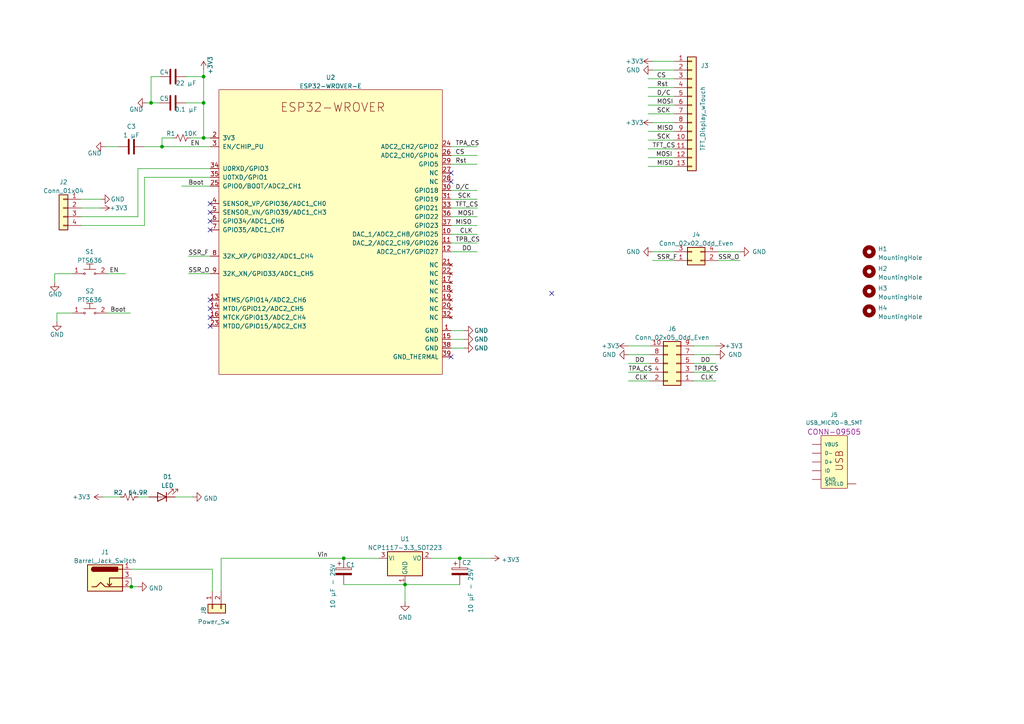
<source format=kicad_sch>
(kicad_sch (version 20211123) (generator eeschema)
  (paper "A4")
  (lib_symbols
    (symbol "Connector:Barrel_Jack_Switch" (pin_names hide)
      (property "Reference" "J" (at 0 5.334 0))
      (property "Value" "Barrel_Jack_Switch" (at 0 -5.08 0))
      (symbol "Barrel_Jack_Switch_0_1"
        (rectangle (start -5.08 3.81) (end 5.08 -3.81) (stroke (width 0.254)) (fill (type background)))
        (arc (start -3.302 3.175) (mid -3.937 2.54) (end -3.302 1.905) (stroke (width 0.254)))
        (arc (start -3.302 3.175) (mid -3.937 2.54) (end -3.302 1.905) (stroke (width 0.254)) (fill (type outline)))
        (polyline (pts (xy 1.27 -2.286) (xy 1.905 -1.651)) (stroke (width 0.254)))
        (polyline (pts (xy 5.08 2.54) (xy 3.81 2.54)) (stroke (width 0.254)))
        (polyline (pts (xy 5.08 0) (xy 1.27 0) (xy 1.27 -2.286) (xy 0.635 -1.651)) (stroke (width 0.254)))
        (polyline (pts (xy -3.81 -2.54) (xy -2.54 -2.54) (xy -1.27 -1.27) (xy 0 -2.54) (xy 2.54 -2.54) (xy 5.08 -2.54)) (stroke (width 0.254)))
        (rectangle (start 3.683 3.175) (end -3.302 1.905) (stroke (width 0.254)) (fill (type outline)))
      )
      (symbol "Barrel_Jack_Switch_1_1"
        (pin passive line (at 7.62 2.54 180) (length 2.54) (name "~") (number "1"))
        (pin passive line (at 7.62 -2.54 180) (length 2.54) (name "~") (number "2"))
        (pin passive line (at 7.62 0 180) (length 2.54) (name "~") (number "3"))
      )
    )
    (symbol "Connector_Generic:Conn_01x02" (pin_names (offset 1.016) hide)
      (property "Reference" "J" (at 0 2.54 0))
      (property "Value" "Conn_01x02" (at 0 -5.08 0))
      (symbol "Conn_01x02_1_1"
        (rectangle (start -1.27 -2.413) (end 0 -2.667) (stroke (width 0.1524)))
        (rectangle (start -1.27 0.127) (end 0 -0.127) (stroke (width 0.1524)))
        (rectangle (start -1.27 1.27) (end 1.27 -3.81) (stroke (width 0.254)) (fill (type background)))
        (pin passive line (at -5.08 0 0) (length 3.81) (name "Pin_1") (number "1"))
        (pin passive line (at -5.08 -2.54 0) (length 3.81) (name "Pin_2") (number "2"))
      )
    )
    (symbol "Connector_Generic:Conn_01x04" (pin_names (offset 1.016) hide)
      (property "Reference" "J" (at 0 5.08 0))
      (property "Value" "Conn_01x04" (at 0 -7.62 0))
      (symbol "Conn_01x04_1_1"
        (rectangle (start -1.27 -4.953) (end 0 -5.207) (stroke (width 0.1524)))
        (rectangle (start -1.27 -2.413) (end 0 -2.667) (stroke (width 0.1524)))
        (rectangle (start -1.27 0.127) (end 0 -0.127) (stroke (width 0.1524)))
        (rectangle (start -1.27 2.667) (end 0 2.413) (stroke (width 0.1524)))
        (rectangle (start -1.27 3.81) (end 1.27 -6.35) (stroke (width 0.254)) (fill (type background)))
        (pin passive line (at -5.08 2.54 0) (length 3.81) (name "Pin_1") (number "1"))
        (pin passive line (at -5.08 0 0) (length 3.81) (name "Pin_2") (number "2"))
        (pin passive line (at -5.08 -2.54 0) (length 3.81) (name "Pin_3") (number "3"))
        (pin passive line (at -5.08 -5.08 0) (length 3.81) (name "Pin_4") (number "4"))
      )
    )
    (symbol "Connector_Generic:Conn_01x13" (pin_names (offset 1.016) hide)
      (property "Reference" "J" (at 0 17.78 0))
      (property "Value" "Conn_01x13" (at 0 -17.78 0))
      (symbol "Conn_01x13_1_1"
        (rectangle (start -1.27 -15.113) (end 0 -15.367) (stroke (width 0.1524)))
        (rectangle (start -1.27 -12.573) (end 0 -12.827) (stroke (width 0.1524)))
        (rectangle (start -1.27 -10.033) (end 0 -10.287) (stroke (width 0.1524)))
        (rectangle (start -1.27 -7.493) (end 0 -7.747) (stroke (width 0.1524)))
        (rectangle (start -1.27 -4.953) (end 0 -5.207) (stroke (width 0.1524)))
        (rectangle (start -1.27 -2.413) (end 0 -2.667) (stroke (width 0.1524)))
        (rectangle (start -1.27 0.127) (end 0 -0.127) (stroke (width 0.1524)))
        (rectangle (start -1.27 2.667) (end 0 2.413) (stroke (width 0.1524)))
        (rectangle (start -1.27 5.207) (end 0 4.953) (stroke (width 0.1524)))
        (rectangle (start -1.27 7.747) (end 0 7.493) (stroke (width 0.1524)))
        (rectangle (start -1.27 10.287) (end 0 10.033) (stroke (width 0.1524)))
        (rectangle (start -1.27 12.827) (end 0 12.573) (stroke (width 0.1524)))
        (rectangle (start -1.27 15.367) (end 0 15.113) (stroke (width 0.1524)))
        (rectangle (start -1.27 16.51) (end 1.27 -16.51) (stroke (width 0.254)) (fill (type background)))
        (pin passive line (at -5.08 15.24 0) (length 3.81) (name "Pin_1") (number "1"))
        (pin passive line (at -5.08 -7.62 0) (length 3.81) (name "Pin_10") (number "10"))
        (pin passive line (at -5.08 -10.16 0) (length 3.81) (name "Pin_11") (number "11"))
        (pin passive line (at -5.08 -12.7 0) (length 3.81) (name "Pin_12") (number "12"))
        (pin passive line (at -5.08 -15.24 0) (length 3.81) (name "Pin_13") (number "13"))
        (pin passive line (at -5.08 12.7 0) (length 3.81) (name "Pin_2") (number "2"))
        (pin passive line (at -5.08 10.16 0) (length 3.81) (name "Pin_3") (number "3"))
        (pin passive line (at -5.08 7.62 0) (length 3.81) (name "Pin_4") (number "4"))
        (pin passive line (at -5.08 5.08 0) (length 3.81) (name "Pin_5") (number "5"))
        (pin passive line (at -5.08 2.54 0) (length 3.81) (name "Pin_6") (number "6"))
        (pin passive line (at -5.08 0 0) (length 3.81) (name "Pin_7") (number "7"))
        (pin passive line (at -5.08 -2.54 0) (length 3.81) (name "Pin_8") (number "8"))
        (pin passive line (at -5.08 -5.08 0) (length 3.81) (name "Pin_9") (number "9"))
      )
    )
    (symbol "Connector_Generic:Conn_02x02_Odd_Even" (pin_names (offset 1.016) hide)
      (property "Reference" "J" (at 1.27 2.54 0))
      (property "Value" "Conn_02x02_Odd_Even" (at 1.27 -5.08 0))
      (symbol "Conn_02x02_Odd_Even_1_1"
        (rectangle (start -1.27 -2.413) (end 0 -2.667) (stroke (width 0.1524)))
        (rectangle (start -1.27 0.127) (end 0 -0.127) (stroke (width 0.1524)))
        (rectangle (start -1.27 1.27) (end 3.81 -3.81) (stroke (width 0.254)) (fill (type background)))
        (rectangle (start 3.81 -2.413) (end 2.54 -2.667) (stroke (width 0.1524)))
        (rectangle (start 3.81 0.127) (end 2.54 -0.127) (stroke (width 0.1524)))
        (pin passive line (at -5.08 0 0) (length 3.81) (name "Pin_1") (number "1"))
        (pin passive line (at 7.62 0 180) (length 3.81) (name "Pin_2") (number "2"))
        (pin passive line (at -5.08 -2.54 0) (length 3.81) (name "Pin_3") (number "3"))
        (pin passive line (at 7.62 -2.54 180) (length 3.81) (name "Pin_4") (number "4"))
      )
    )
    (symbol "Connector_Generic:Conn_02x05_Odd_Even" (pin_names (offset 1.016) hide)
      (property "Reference" "J" (at 1.27 7.62 0))
      (property "Value" "Conn_02x05_Odd_Even" (at 1.27 -7.62 0))
      (symbol "Conn_02x05_Odd_Even_1_1"
        (rectangle (start -1.27 -4.953) (end 0 -5.207) (stroke (width 0.1524)))
        (rectangle (start -1.27 -2.413) (end 0 -2.667) (stroke (width 0.1524)))
        (rectangle (start -1.27 0.127) (end 0 -0.127) (stroke (width 0.1524)))
        (rectangle (start -1.27 2.667) (end 0 2.413) (stroke (width 0.1524)))
        (rectangle (start -1.27 5.207) (end 0 4.953) (stroke (width 0.1524)))
        (rectangle (start -1.27 6.35) (end 3.81 -6.35) (stroke (width 0.254)) (fill (type background)))
        (rectangle (start 3.81 -4.953) (end 2.54 -5.207) (stroke (width 0.1524)))
        (rectangle (start 3.81 -2.413) (end 2.54 -2.667) (stroke (width 0.1524)))
        (rectangle (start 3.81 0.127) (end 2.54 -0.127) (stroke (width 0.1524)))
        (rectangle (start 3.81 2.667) (end 2.54 2.413) (stroke (width 0.1524)))
        (rectangle (start 3.81 5.207) (end 2.54 4.953) (stroke (width 0.1524)))
        (pin passive line (at -5.08 5.08 0) (length 3.81) (name "Pin_1") (number "1"))
        (pin passive line (at 7.62 -5.08 180) (length 3.81) (name "Pin_10") (number "10"))
        (pin passive line (at 7.62 5.08 180) (length 3.81) (name "Pin_2") (number "2"))
        (pin passive line (at -5.08 2.54 0) (length 3.81) (name "Pin_3") (number "3"))
        (pin passive line (at 7.62 2.54 180) (length 3.81) (name "Pin_4") (number "4"))
        (pin passive line (at -5.08 0 0) (length 3.81) (name "Pin_5") (number "5"))
        (pin passive line (at 7.62 0 180) (length 3.81) (name "Pin_6") (number "6"))
        (pin passive line (at -5.08 -2.54 0) (length 3.81) (name "Pin_7") (number "7"))
        (pin passive line (at 7.62 -2.54 180) (length 3.81) (name "Pin_8") (number "8"))
        (pin passive line (at -5.08 -5.08 0) (length 3.81) (name "Pin_9") (number "9"))
      )
    )
    (symbol "Device:C" (pin_numbers hide) (pin_names (offset 0.254))
      (property "Reference" "C" (at 0.635 2.54 0))
      (property "Value" "C" (at 0.635 -2.54 0))
      (symbol "C_0_1"
        (polyline (pts (xy -2.032 -0.762) (xy 2.032 -0.762)) (stroke (width 0.508)))
        (polyline (pts (xy -2.032 0.762) (xy 2.032 0.762)) (stroke (width 0.508)))
      )
      (symbol "C_1_1"
        (pin passive line (at 0 3.81 270) (length 2.794) (name "~") (number "1"))
        (pin passive line (at 0 -3.81 90) (length 2.794) (name "~") (number "2"))
      )
    )
    (symbol "Device:C_Polarized" (pin_numbers hide) (pin_names (offset 0.254))
      (property "Reference" "C" (at 0.635 2.54 0))
      (property "Value" "C_Polarized" (at 0.635 -2.54 0))
      (symbol "C_Polarized_0_1"
        (rectangle (start -2.286 0.508) (end 2.286 1.016))
        (polyline (pts (xy -1.778 2.286) (xy -0.762 2.286)))
        (polyline (pts (xy -1.27 2.794) (xy -1.27 1.778)))
        (rectangle (start 2.286 -0.508) (end -2.286 -1.016) (fill (type outline)))
      )
      (symbol "C_Polarized_1_1"
        (pin passive line (at 0 3.81 270) (length 2.794) (name "~") (number "1"))
        (pin passive line (at 0 -3.81 90) (length 2.794) (name "~") (number "2"))
      )
    )
    (symbol "Device:LED" (pin_numbers hide) (pin_names (offset 1.016) hide)
      (property "Reference" "D" (at 0 2.54 0))
      (property "Value" "LED" (at 0 -2.54 0))
      (symbol "LED_0_1"
        (polyline (pts (xy -1.27 -1.27) (xy -1.27 1.27)) (stroke (width 0.254)))
        (polyline (pts (xy -1.27 0) (xy 1.27 0)))
        (polyline (pts (xy 1.27 -1.27) (xy 1.27 1.27) (xy -1.27 0) (xy 1.27 -1.27)) (stroke (width 0.254)))
        (polyline (pts (xy -3.048 -0.762) (xy -4.572 -2.286) (xy -3.81 -2.286) (xy -4.572 -2.286) (xy -4.572 -1.524)))
        (polyline (pts (xy -1.778 -0.762) (xy -3.302 -2.286) (xy -2.54 -2.286) (xy -3.302 -2.286) (xy -3.302 -1.524)))
      )
      (symbol "LED_1_1"
        (pin passive line (at -3.81 0 0) (length 2.54) (name "K") (number "1"))
        (pin passive line (at 3.81 0 180) (length 2.54) (name "A") (number "2"))
      )
    )
    (symbol "Device:R_Small_US" (pin_numbers hide) (pin_names (offset 0.254) hide)
      (property "Reference" "R" (at 0.762 0.508 0))
      (property "Value" "R_Small_US" (at 0.762 -1.016 0))
      (symbol "R_Small_US_1_1"
        (polyline (pts (xy 0 0) (xy 1.016 -0.381) (xy 0 -0.762) (xy -1.016 -1.143) (xy 0 -1.524)))
        (polyline (pts (xy 0 1.524) (xy 1.016 1.143) (xy 0 0.762) (xy -1.016 0.381) (xy 0 0)))
        (pin passive line (at 0 2.54 270) (length 1.016) (name "~") (number "1"))
        (pin passive line (at 0 -2.54 90) (length 1.016) (name "~") (number "2"))
      )
    )
    (symbol "Espressif:ESP32-WROVER-E" (pin_names (offset 1.016))
      (property "Reference" "U?" (at 0.635 45.4828 0))
      (property "Value" "ESP32-WROVER-E" (at 0.635 42.9459 0))
      (symbol "ESP32-WROVER-E_0_1"
        (rectangle (start 33.02 41.91) (end -31.75 -40.64) (fill (type background)))
      )
      (symbol "ESP32-WROVER-E_1_1"
        (text "ESP32-­WROVER" (at 1.27 36.83 0) (effects (font (size 2.54 2.54))))
        (pin power_in line (at 35.56 -27.94 180) (length 2.54) (name "GND") (number "1"))
        (pin bidirectional line (at 35.56 0 180) (length 2.54) (name "DAC_1/ADC2_CH8/GPIO25") (number "10"))
        (pin bidirectional line (at 35.56 -2.54 180) (length 2.54) (name "DAC_2/ADC2_CH9/GPIO26") (number "11"))
        (pin bidirectional line (at 35.56 -5.08 180) (length 2.54) (name "ADC2_CH7/GPIO27") (number "12"))
        (pin bidirectional line (at -34.29 -19.05 0) (length 2.54) (name "MTMS/GPIO14/ADC2_CH6") (number "13"))
        (pin bidirectional line (at -34.29 -21.59 0) (length 2.54) (name "MTDI/GPIO12/ADC2_CH5") (number "14"))
        (pin power_in line (at 35.56 -30.48 180) (length 2.54) (name "GND") (number "15"))
        (pin bidirectional line (at -34.29 -24.13 0) (length 2.54) (name "MTCK/GPIO13/ADC2_CH4") (number "16"))
        (pin no_connect line (at 35.56 -13.97 180) (length 2.54) (name "NC") (number "17"))
        (pin no_connect line (at 35.56 -16.51 180) (length 2.54) (name "NC") (number "18"))
        (pin no_connect line (at 35.56 -19.05 180) (length 2.54) (name "NC") (number "19"))
        (pin power_in line (at -34.29 27.94 0) (length 2.54) (name "3V3") (number "2"))
        (pin no_connect line (at 35.56 -21.59 180) (length 2.54) (name "NC") (number "20"))
        (pin no_connect line (at 35.56 -8.89 180) (length 2.54) (name "NC") (number "21"))
        (pin no_connect line (at 35.56 -11.43 180) (length 2.54) (name "NC") (number "22"))
        (pin bidirectional line (at -34.29 -26.67 0) (length 2.54) (name "MTDO/GPIO15/ADC2_CH3") (number "23"))
        (pin bidirectional line (at 35.56 25.4 180) (length 2.54) (name "ADC2_CH2/GPIO2") (number "24"))
        (pin bidirectional line (at -34.29 13.97 0) (length 2.54) (name "GPIO0/BOOT/ADC2_CH1") (number "25"))
        (pin bidirectional line (at 35.56 22.86 180) (length 2.54) (name "ADC2_CH0/GPIO4") (number "26"))
        (pin bidirectional line (at 35.56 17.78 180) (length 2.54) (name "NC") (number "27"))
        (pin bidirectional line (at 35.56 15.24 180) (length 2.54) (name "NC") (number "28"))
        (pin bidirectional line (at 35.56 20.32 180) (length 2.54) (name "GPIO5") (number "29"))
        (pin input line (at -34.29 25.4 0) (length 2.54) (name "EN/CHIP_PU") (number "3"))
        (pin bidirectional line (at 35.56 12.7 180) (length 2.54) (name "GPIO18") (number "30"))
        (pin bidirectional line (at 35.56 10.16 180) (length 2.54) (name "GPIO19") (number "31"))
        (pin no_connect line (at 35.56 -24.13 180) (length 2.54) (name "NC") (number "32"))
        (pin bidirectional line (at 35.56 7.62 180) (length 2.54) (name "GPIO21") (number "33"))
        (pin bidirectional line (at -34.29 19.05 0) (length 2.54) (name "U0RXD/GPIO3") (number "34"))
        (pin bidirectional line (at -34.29 16.51 0) (length 2.54) (name "U0TXD/GPIO1") (number "35"))
        (pin bidirectional line (at 35.56 5.08 180) (length 2.54) (name "GPIO22") (number "36"))
        (pin bidirectional line (at 35.56 2.54 180) (length 2.54) (name "GPIO23") (number "37"))
        (pin power_in line (at 35.56 -33.02 180) (length 2.54) (name "GND") (number "38"))
        (pin power_in line (at 35.56 -35.56 180) (length 2.54) (name "GND_THERMAL") (number "39"))
        (pin input line (at -34.29 8.89 0) (length 2.54) (name "SENSOR_VP/GPIO36/ADC1_CH0") (number "4"))
        (pin input line (at -34.29 6.35 0) (length 2.54) (name "SENSOR_VN/GPIO39/ADC1_CH3") (number "5"))
        (pin input line (at -34.29 3.81 0) (length 2.54) (name "GPIO34/ADC1_CH6") (number "6"))
        (pin input line (at -34.29 1.27 0) (length 2.54) (name "GPIO35/ADC1_CH7") (number "7"))
        (pin bidirectional line (at -34.29 -6.35 0) (length 2.54) (name "32K_XP/GPIO32/ADC1_CH4") (number "8"))
        (pin bidirectional line (at -34.29 -11.43 0) (length 2.54) (name "32K_XN/GPIO33/ADC1_CH5") (number "9"))
      )
    )
    (symbol "Kitecraft_Buttons:PTS636" (pin_names (offset 1.016))
      (property "Reference" "S" (at -3.81 3.81 0))
      (property "Value" "PTS636" (at 0 -2.54 0))
      (symbol "PTS636_0_1"
        (circle (center -1.524 0) (radius 0.254))
        (polyline (pts (xy -2.54 0) (xy -1.778 0)))
        (polyline (pts (xy -1.778 1.27) (xy 1.778 1.27)))
        (polyline (pts (xy -1.016 2.794) (xy 1.016 2.794)))
        (polyline (pts (xy 0 1.27) (xy 0 2.794)))
        (polyline (pts (xy 2.54 0) (xy 1.778 0)))
        (circle (center 1.524 0) (radius 0.254))
      )
      (symbol "PTS636_1_1"
        (pin passive line (at -5.08 0 0) (length 2.54) (name "~") (number "1"))
        (pin passive line (at 5.08 0 180) (length 2.54) (name "~") (number "2"))
      )
    )
    (symbol "Mechanical:MountingHole" (pin_names (offset 1.016))
      (property "Reference" "H" (at 0 5.08 0))
      (property "Value" "MountingHole" (at 0 3.175 0))
      (symbol "MountingHole_0_1"
        (circle (center 0 0) (radius 1.27) (stroke (width 1.27)))
      )
    )
    (symbol "Regulator_Linear:NCP1117-3.3_SOT223" (pin_names (offset 0.254))
      (property "Reference" "U" (at -3.81 3.175 0))
      (property "Value" "NCP1117-3.3_SOT223" (at 0 3.175 0))
      (symbol "NCP1117-3.3_SOT223_0_1"
        (rectangle (start -5.08 -5.08) (end 5.08 1.905) (stroke (width 0.254)) (fill (type background)))
      )
      (symbol "NCP1117-3.3_SOT223_1_1"
        (pin power_in line (at 0 -7.62 90) (length 2.54) (name "GND") (number "1"))
        (pin power_out line (at 7.62 0 180) (length 2.54) (name "VO") (number "2"))
        (pin power_in line (at -7.62 0 0) (length 2.54) (name "VI") (number "3"))
      )
    )
    (symbol "SparkFun-Connectors:USB_MICRO-B_SMT" (pin_numbers hide) (pin_names (offset 1.016))
      (property "Reference" "J" (at -3.81 8.89 0))
      (property "Value" "USB_MICRO-B_SMT" (at -3.81 -10.16 0))
      (property "Field4" "CONN-09505" (at 0 12.7 0))
      (symbol "USB_MICRO-B_SMT_1_0"
        (rectangle (start -3.81 7.62) (end 3.81 -7.62) (fill (type background)))
        (text "USB" (at 1.524 0.381 900) (effects (font (size 2.032 2.032))))
      )
      (symbol "USB_MICRO-B_SMT_1_1"
        (pin bidirectional line (at -6.35 0 0) (length 2.54) (name "D+") (number "D+"))
        (pin bidirectional line (at -6.35 2.54 0) (length 2.54) (name "D-") (number "D-"))
        (pin power_in line (at -6.35 -5.08 0) (length 2.54) (name "GND") (number "GND"))
        (pin bidirectional line (at -6.35 -2.54 0) (length 2.54) (name "ID") (number "ID"))
        (pin bidirectional line (at 6.35 -6.35 180) (length 2.54) (name "SHIELD") (number "MT1"))
        (pin bidirectional line (at 6.35 -6.35 180) (length 2.54) hide (name "SHIELD") (number "MT2"))
        (pin bidirectional line (at 6.35 -6.35 180) (length 2.54) hide (name "SHIELD") (number "P$1"))
        (pin bidirectional line (at 6.35 -6.35 180) (length 2.54) hide (name "SHIELD") (number "P$2"))
        (pin power_in line (at -6.35 5.08 0) (length 2.54) (name "VBUS") (number "VBUS"))
      )
    )
    (symbol "power:+3.3V" (power) (pin_names (offset 0))
      (property "Value" "+3.3V" (at 0 3.556 0))
      (symbol "+3.3V_0_1"
        (polyline (pts (xy -0.762 1.27) (xy 0 2.54)))
        (polyline (pts (xy 0 0) (xy 0 2.54)))
        (polyline (pts (xy 0 2.54) (xy 0.762 1.27)))
      )
      (symbol "+3.3V_1_1"
        (pin power_in line (at 0 0 90) (length 0) hide (name "+3V3") (number "1"))
      )
    )
    (symbol "power:GND" (power) (pin_names (offset 0))
      (property "Value" "GND" (at 0 -3.81 0))
      (symbol "GND_0_1"
        (polyline (pts (xy 0 0) (xy 0 -1.27) (xy 1.27 -1.27) (xy 0 -2.54) (xy -1.27 -1.27) (xy 0 -1.27)))
      )
      (symbol "GND_1_1"
        (pin power_in line (at 0 0 270) (length 0) hide (name "GND") (number "1"))
      )
    )
  )
  (junction (at 46.99 42.545))
  (junction (at 59.055 40.005))
  (junction (at 99.695 161.925))
  (junction (at 43.815 29.845))
  (junction (at 59.055 22.225))
  (junction (at 117.475 169.545))
  (junction (at 59.055 29.845))
  (junction (at 133.35 161.925))
  (junction (at 38.1 170.18))
  (no_connect (at 130.81 103.505))
  (no_connect (at 160.02 85.09))
  (no_connect (at 130.81 52.705))
  (no_connect (at 130.81 50.165))
  (no_connect (at 60.96 61.595))
  (no_connect (at 60.96 59.055))
  (no_connect (at 60.96 66.675))
  (no_connect (at 60.96 64.135))
  (no_connect (at 60.96 94.615))
  (no_connect (at 60.96 92.075))
  (no_connect (at 60.96 89.535))
  (no_connect (at 60.96 86.995))
  (wire (pts (xy 61.595 165.1) (xy 61.595 171.45)))
  (wire (pts (xy 187.96 27.94) (xy 195.58 27.94)))
  (wire (pts (xy 125.095 161.925) (xy 133.35 161.925)))
  (wire (pts (xy 130.81 60.325) (xy 138.43 60.325)))
  (wire (pts (xy 46.99 40.005) (xy 46.99 42.545)))
  (wire (pts (xy 41.91 65.405) (xy 23.495 65.405)))
  (wire (pts (xy 64.135 161.925) (xy 99.695 161.925)))
  (wire (pts (xy 54.61 79.375) (xy 60.96 79.375)))
  (wire (pts (xy 182.245 107.95) (xy 188.595 107.95)))
  (wire (pts (xy 20.955 90.805) (xy 16.51 90.805)))
  (wire (pts (xy 117.475 169.545) (xy 117.475 174.625)))
  (wire (pts (xy 59.055 22.225) (xy 59.055 29.845)))
  (wire (pts (xy 130.81 42.545) (xy 138.43 42.545)))
  (wire (pts (xy 38.1 165.1) (xy 61.595 165.1)))
  (wire (pts (xy 64.135 171.45) (xy 64.135 161.925)))
  (wire (pts (xy 208.28 73.025) (xy 214.63 73.025)))
  (wire (pts (xy 40.005 144.145) (xy 43.18 144.145)))
  (wire (pts (xy 54.61 74.295) (xy 60.96 74.295)))
  (wire (pts (xy 23.495 57.785) (xy 29.21 57.785)))
  (wire (pts (xy 38.1 170.18) (xy 40.005 170.18)))
  (wire (pts (xy 31.115 79.375) (xy 36.449 79.375)))
  (wire (pts (xy 23.495 60.325) (xy 29.21 60.325)))
  (wire (pts (xy 46.355 22.225) (xy 43.815 22.225)))
  (wire (pts (xy 189.23 73.025) (xy 195.58 73.025)))
  (wire (pts (xy 182.245 110.49) (xy 188.595 110.49)))
  (wire (pts (xy 130.81 55.245) (xy 138.43 55.245)))
  (wire (pts (xy 201.295 102.87) (xy 207.645 102.87)))
  (wire (pts (xy 20.955 79.375) (xy 15.875 79.375)))
  (wire (pts (xy 31.115 90.805) (xy 37.846 90.805)))
  (wire (pts (xy 59.055 20.32) (xy 59.055 22.225)))
  (wire (pts (xy 187.96 48.26) (xy 195.58 48.26)))
  (wire (pts (xy 182.245 105.41) (xy 188.595 105.41)))
  (wire (pts (xy 130.81 67.945) (xy 138.43 67.945)))
  (wire (pts (xy 130.81 57.785) (xy 138.43 57.785)))
  (wire (pts (xy 40.005 62.865) (xy 23.495 62.865)))
  (wire (pts (xy 201.295 105.41) (xy 207.645 105.41)))
  (wire (pts (xy 187.96 25.4) (xy 195.58 25.4)))
  (wire (pts (xy 40.005 48.895) (xy 40.005 62.865)))
  (wire (pts (xy 187.96 40.64) (xy 195.58 40.64)))
  (wire (pts (xy 187.96 43.18) (xy 195.58 43.18)))
  (wire (pts (xy 29.845 144.145) (xy 34.925 144.145)))
  (wire (pts (xy 50.8 144.145) (xy 55.88 144.145)))
  (wire (pts (xy 53.975 29.845) (xy 59.055 29.845)))
  (wire (pts (xy 117.475 169.545) (xy 133.35 169.545)))
  (wire (pts (xy 187.96 38.1) (xy 195.58 38.1)))
  (wire (pts (xy 189.23 75.565) (xy 195.58 75.565)))
  (wire (pts (xy 99.695 161.925) (xy 109.855 161.925)))
  (wire (pts (xy 41.91 42.545) (xy 46.99 42.545)))
  (wire (pts (xy 130.81 65.405) (xy 138.43 65.405)))
  (wire (pts (xy 130.81 73.025) (xy 138.43 73.025)))
  (wire (pts (xy 182.245 100.33) (xy 188.595 100.33)))
  (wire (pts (xy 38.1 167.64) (xy 38.1 170.18)))
  (wire (pts (xy 52.705 53.975) (xy 60.96 53.975)))
  (wire (pts (xy 60.96 51.435) (xy 41.91 51.435)))
  (wire (pts (xy 134.62 95.885) (xy 130.81 95.885)))
  (wire (pts (xy 201.295 107.95) (xy 207.645 107.95)))
  (wire (pts (xy 30.48 42.545) (xy 34.29 42.545)))
  (wire (pts (xy 187.96 33.02) (xy 195.58 33.02)))
  (wire (pts (xy 187.96 22.86) (xy 195.58 22.86)))
  (wire (pts (xy 187.96 45.72) (xy 195.58 45.72)))
  (wire (pts (xy 130.81 47.625) (xy 138.43 47.625)))
  (wire (pts (xy 42.545 29.845) (xy 43.815 29.845)))
  (wire (pts (xy 46.99 42.545) (xy 60.96 42.545)))
  (wire (pts (xy 201.295 110.49) (xy 207.645 110.49)))
  (wire (pts (xy 133.35 161.925) (xy 142.24 161.925)))
  (wire (pts (xy 201.295 100.33) (xy 207.645 100.33)))
  (wire (pts (xy 134.62 98.425) (xy 130.81 98.425)))
  (wire (pts (xy 53.975 22.225) (xy 59.055 22.225)))
  (wire (pts (xy 187.96 30.48) (xy 195.58 30.48)))
  (wire (pts (xy 15.875 79.375) (xy 15.875 81.915)))
  (wire (pts (xy 99.695 169.545) (xy 117.475 169.545)))
  (wire (pts (xy 41.91 51.435) (xy 41.91 65.405)))
  (wire (pts (xy 43.815 22.225) (xy 43.815 29.845)))
  (wire (pts (xy 189.23 17.78) (xy 195.58 17.78)))
  (wire (pts (xy 130.81 70.485) (xy 138.43 70.485)))
  (wire (pts (xy 189.23 20.32) (xy 195.58 20.32)))
  (wire (pts (xy 60.96 48.895) (xy 40.005 48.895)))
  (wire (pts (xy 43.815 29.845) (xy 46.355 29.845)))
  (wire (pts (xy 130.81 45.085) (xy 138.43 45.085)))
  (wire (pts (xy 16.51 90.805) (xy 16.51 93.345)))
  (wire (pts (xy 59.055 29.845) (xy 59.055 40.005)))
  (wire (pts (xy 55.245 40.005) (xy 59.055 40.005)))
  (wire (pts (xy 134.62 100.965) (xy 130.81 100.965)))
  (wire (pts (xy 182.245 102.87) (xy 188.595 102.87)))
  (wire (pts (xy 59.055 40.005) (xy 60.96 40.005)))
  (wire (pts (xy 208.28 75.565) (xy 214.63 75.565)))
  (wire (pts (xy 189.23 35.56) (xy 195.58 35.56)))
  (wire (pts (xy 130.81 62.865) (xy 138.43 62.865)))
  (wire (pts (xy 50.165 40.005) (xy 46.99 40.005)))
  (label "TPB_CS" (at 132.08 70.485 0))
  (label "Boot" (at 54.61 53.975 0))
  (label "D{slash}C" (at 190.5 27.94 0))
  (label "SCK" (at 132.715 57.785 0))
  (label "MISO" (at 132.08 65.405 0))
  (label "SSR_F" (at 54.61 74.295 0))
  (label "MISO" (at 190.5 48.26 0))
  (label "SCK" (at 190.5 40.64 0))
  (label "SSR_O" (at 54.61 79.375 0))
  (label "CS" (at 132.08 45.085 0))
  (label "CLK" (at 203.2 110.49 0))
  (label "DO" (at 184.15 105.41 0))
  (label "EN" (at 55.245 42.545 0))
  (label "SSR_O" (at 208.28 75.565 0))
  (label "MISO" (at 190.5 38.1 0))
  (label "Vin" (at 92.075 161.925 0))
  (label "DO" (at 133.985 73.025 0))
  (label "DO" (at 203.2 105.41 0))
  (label "SSR_F" (at 190.5 75.565 0))
  (label "Boot" (at 32.004 90.805 0))
  (label "TFT_CS" (at 189.23 43.18 0))
  (label "SCK" (at 190.5 33.02 0))
  (label "EN" (at 31.75 79.375 0))
  (label "TPA_CS" (at 182.245 107.95 0))
  (label "MOSI" (at 132.715 62.865 0))
  (label "TFT_CS" (at 132.08 60.325 0))
  (label "D{slash}C" (at 132.08 55.245 0))
  (label "CS" (at 190.5 22.86 0))
  (label "CLK" (at 133.35 67.945 0))
  (label "Rst" (at 132.08 47.625 0))
  (label "CLK" (at 184.15 110.49 0))
  (label "TPA_CS" (at 132.08 42.545 0))
  (label "MOSI" (at 190.2424 45.72 0))
  (label "MOSI" (at 190.5 30.48 0))
  (label "Rst" (at 190.5 25.4 0))
  (label "TPB_CS" (at 201.295 107.95 0))
  (symbol (lib_id "power:GND") (at 134.62 95.885 90) (unit 1)
    (property "Reference" "#PWR0104" (effects hide))
    (property "Value" "GND" (at 141.605 95.885 90) (effects (justify left)))
  )
  (symbol (lib_id "power:+3.3V") (at 189.23 35.56 90) (unit 1)
    (property "Reference" "#PWR0114" (effects hide))
    (property "Value" "+3.3V" (at 186.69 35.56 90) (effects (justify left)))
  )
  (symbol (lib_id "power:+3.3V") (at 142.24 161.925 270) (unit 1)
    (property "Reference" "#PWR0101" (effects hide))
    (property "Value" "+3.3V" (at 145.415 162.3588 90) (effects (justify left)))
  )
  (symbol (lib_id "Connector:Barrel_Jack_Switch") (at 30.48 167.64 0) (unit 1)
    (property "Reference" "J1" (at 30.48 160.1302 0))
    (property "Value" "Barrel_Jack_Switch" (at 30.48 162.6671 0))
    (property "Footprint" "Kitecraft_Barrel_Jacks:BarrelJack_Wuerth_6941xx301002" (effects hide))
  )
  (symbol (lib_id "power:GND") (at 30.48 42.545 270) (unit 1)
    (property "Reference" "#PWR0110" (effects hide))
    (property "Value" "GND" (at 25.4 44.45 90) (effects (justify left)))
  )
  (symbol (lib_id "Device:LED") (at 46.99 144.145 180) (unit 1)
    (property "Reference" "D1" (at 48.5775 138.2862 0))
    (property "Value" "LED" (at 48.5775 140.8231 0))
    (property "Footprint" "LED_SMD:LED_1206_3216Metric_Pad1.42x1.75mm_HandSolder" (effects hide))
  )
  (symbol (lib_id "Device:C_Polarized") (at 99.695 165.735 0) (unit 1)
    (property "Reference" "C1" (at 100.33 163.83 0) (effects (justify left)))
    (property "Value" "10 µF - 25V" (at 96.52 176.53 90) (effects (justify left)))
    (property "Footprint" "Capacitor_SMD:CP_Elec_4x5.7" (effects hide))
  )
  (symbol (lib_id "Connector_Generic:Conn_01x04") (at 18.415 60.325 0) (mirror y) (unit 1)
    (property "Reference" "J2" (at 18.415 52.8152 0))
    (property "Value" "Conn_01x04" (at 18.415 55.3521 0))
    (property "Footprint" "Connector_PinHeader_2.54mm:PinHeader_1x04_P2.54mm_Horizontal" (effects hide))
  )
  (symbol (lib_id "power:GND") (at 214.63 73.025 90) (unit 1)
    (property "Reference" "#PWR0121" (effects hide))
    (property "Value" "GND" (at 222.25 73.025 90) (effects (justify left)))
  )
  (symbol (lib_id "Connector_Generic:Conn_02x02_Odd_Even") (at 200.66 75.565 0) (mirror x) (unit 1)
    (property "Reference" "J4" (at 201.93 68.0552 0))
    (property "Value" "Conn_02x02_Odd_Even" (at 201.93 70.5921 0))
    (property "Footprint" "Connector_PinHeader_2.54mm:PinHeader_2x02_P2.54mm_Horizontal" (effects hide))
  )
  (symbol (lib_id "power:+3.3V") (at 182.245 100.33 90) (unit 1)
    (property "Reference" "#PWR0117" (effects hide))
    (property "Value" "+3.3V" (at 179.705 100.33 90) (effects (justify left)))
  )
  (symbol (lib_id "power:GND") (at 42.545 29.845 270) (unit 1)
    (property "Reference" "#PWR0107" (effects hide))
    (property "Value" "GND" (at 37.465 31.75 90) (effects (justify left)))
  )
  (symbol (lib_id "power:+3.3V") (at 189.23 17.78 90) (unit 1)
    (property "Reference" "#PWR0115" (effects hide))
    (property "Value" "+3.3V" (at 186.69 17.78 90) (effects (justify left)))
  )
  (symbol (lib_id "Mechanical:MountingHole") (at 252.095 90.17 0) (unit 1)
    (property "Reference" "H4" (at 254.635 89.3353 0) (effects (justify left)))
    (property "Value" "MountingHole" (at 254.635 91.8722 0) (effects (justify left)))
    (property "Footprint" "MountingHole:MountingHole_3.2mm_M3_DIN965" (effects hide))
  )
  (symbol (lib_id "Device:R_Small_US") (at 37.465 144.145 90) (unit 1)
    (property "Reference" "R2" (at 34.29 142.875 90))
    (property "Value" "64.9R" (at 40.005 142.875 90))
    (property "Footprint" "Resistor_SMD:R_1206_3216Metric_Pad1.30x1.75mm_HandSolder" (effects hide))
  )
  (symbol (lib_id "power:+3.3V") (at 29.21 60.325 270) (unit 1)
    (property "Reference" "#PWR0108" (effects hide))
    (property "Value" "+3.3V" (at 31.75 60.325 90) (effects (justify left)))
  )
  (symbol (lib_id "power:+3.3V") (at 29.845 144.145 90) (unit 1)
    (property "Reference" "#PWR0123" (effects hide))
    (property "Value" "+3.3V" (at 20.955 144.145 90) (effects (justify right)))
  )
  (symbol (lib_id "Regulator_Linear:NCP1117-3.3_SOT223") (at 117.475 161.925 0) (unit 1)
    (property "Reference" "U1" (at 117.475 156.3202 0))
    (property "Value" "NCP1117-3.3_SOT223" (at 117.475 158.8571 0))
    (property "Footprint" "Package_TO_SOT_SMD:SOT-223-3_TabPin2" (effects hide))
    (property "Datasheet" "http://www.onsemi.com/pub_link/Collateral/NCP1117-D.PDF" (effects hide))
  )
  (symbol (lib_id "Device:C") (at 50.165 22.225 90) (unit 1)
    (property "Reference" "C4" (at 47.625 20.955 90))
    (property "Value" "22 µF" (at 53.975 24.13 90))
    (property "Footprint" "Capacitor_SMD:C_0805_2012Metric_Pad1.18x1.45mm_HandSolder" (effects hide))
  )
  (symbol (lib_id "Connector_Generic:Conn_02x05_Odd_Even") (at 196.215 105.41 180) (unit 1)
    (property "Reference" "J6" (at 194.945 95.3602 0))
    (property "Value" "Conn_02x05_Odd_Even" (at 194.945 97.8971 0))
    (property "Footprint" "Connector_PinHeader_2.54mm:PinHeader_2x05_P2.54mm_Horizontal" (effects hide))
  )
  (symbol (lib_id "power:GND") (at 189.23 20.32 270) (unit 1)
    (property "Reference" "#PWR0116" (effects hide))
    (property "Value" "GND" (at 181.61 20.32 90) (effects (justify left)))
  )
  (symbol (lib_id "Mechanical:MountingHole") (at 252.095 78.74 0) (unit 1)
    (property "Reference" "H2" (at 254.635 77.9053 0) (effects (justify left)))
    (property "Value" "MountingHole" (at 254.635 80.4422 0) (effects (justify left)))
    (property "Footprint" "MountingHole:MountingHole_3.2mm_M3_DIN965" (effects hide))
  )
  (symbol (lib_id "power:GND") (at 117.475 174.625 0) (unit 1)
    (property "Reference" "#PWR0103" (effects hide))
    (property "Value" "GND" (at 117.475 179.0684 0))
  )
  (symbol (lib_id "power:GND") (at 182.245 102.87 270) (unit 1)
    (property "Reference" "#PWR0118" (effects hide))
    (property "Value" "GND" (at 174.625 102.87 90) (effects (justify left)))
  )
  (symbol (lib_id "power:GND") (at 40.005 170.18 90) (unit 1)
    (property "Reference" "#PWR0102" (effects hide))
    (property "Value" "GND" (at 43.18 170.6138 90) (effects (justify right)))
  )
  (symbol (lib_id "Device:R_Small_US") (at 52.705 40.005 90) (unit 1)
    (property "Reference" "R1" (at 49.53 38.735 90))
    (property "Value" "10K" (at 55.245 38.735 90))
    (property "Footprint" "Resistor_SMD:R_0805_2012Metric_Pad1.20x1.40mm_HandSolder" (effects hide))
  )
  (symbol (lib_id "Mechanical:MountingHole") (at 252.095 84.455 0) (unit 1)
    (property "Reference" "H3" (at 254.635 83.6203 0) (effects (justify left)))
    (property "Value" "MountingHole" (at 254.635 86.1572 0) (effects (justify left)))
    (property "Footprint" "MountingHole:MountingHole_3.2mm_M3_DIN965" (effects hide))
  )
  (symbol (lib_id "Device:C") (at 50.165 29.845 90) (unit 1)
    (property "Reference" "C5" (at 47.625 28.575 90))
    (property "Value" "0.1 µF" (at 53.975 31.75 90))
    (property "Footprint" "Capacitor_SMD:C_0805_2012Metric_Pad1.18x1.45mm_HandSolder" (effects hide))
  )
  (symbol (lib_id "power:GND") (at 134.62 98.425 90) (unit 1)
    (property "Reference" "#PWR0105" (effects hide))
    (property "Value" "GND" (at 141.605 98.425 90) (effects (justify left)))
  )
  (symbol (lib_id "power:+3.3V") (at 207.645 100.33 270) (unit 1)
    (property "Reference" "#PWR0119" (effects hide))
    (property "Value" "+3.3V" (at 210.185 100.33 90) (effects (justify left)))
  )
  (symbol (lib_id "power:GND") (at 16.51 93.345 0) (unit 1)
    (property "Reference" "#PWR0112" (effects hide))
    (property "Value" "GND" (at 14.478 97.028 0) (effects (justify left)))
  )
  (symbol (lib_id "Kitecraft_Buttons:PTS636") (at 26.035 79.375 0) (unit 1)
    (property "Reference" "S1" (at 26.035 73.0082 0))
    (property "Value" "PTS636" (at 26.035 75.5451 0))
    (property "Footprint" "Kitecraft_Buttons:TACTILE_SWITCH_SMD_6.0X3.5MM" (effects hide))
    (property "Datasheet" "http://switches-connectors-custom.cwind.com/Asset/GPTS203211BR2.pdf" (effects hide))
    (property "Digi-Key_PN" "CW181-ND" (effects hide))
    (property "MPN" "GPTS203211B" (effects hide))
    (property "Category" "Switches" (effects hide))
    (property "Family" "Pushbutton Switches" (effects hide))
    (property "DK_Datasheet_Link" "https://www.ckswitches.com/media/2779/pts636.pdf" (effects hide))
    (property "DK_Detail_Page" "https://www.digikey.ca/en/products/detail/c-k/PTS636-SL43-SMTR-LFS/10071722" (effects hide))
    (property "Description" "SWITCH PUSHBUTTON SPST" (effects hide))
    (property "Status" "Active" (effects hide))
  )
  (symbol (lib_id "SparkFun-Connectors:USB_MICRO-B_SMT") (at 241.935 133.985 0) (unit 1)
    (property "Reference" "J5" (at 241.935 120.3147 0) (effects (font (size 1.143 1.143))))
    (property "Value" "USB_MICRO-B_SMT" (at 241.935 122.6233 0) (effects (font (size 1.143 1.143))))
    (property "Footprint" "Kitecraft_Boards:USB_Micro_B_Female_10118194-0001LF" (effects hide))
    (property "Field4" "CONN-09505" (at 241.935 125.2743 0) (effects (font (size 1.524 1.524))))
  )
  (symbol (lib_id "Device:C_Polarized") (at 133.35 165.735 0) (unit 1)
    (property "Reference" "C2" (at 133.985 163.195 0) (effects (justify left)))
    (property "Value" "10 µF - 25V" (at 136.525 177.8 90) (effects (justify left)))
    (property "Footprint" "Capacitor_SMD:CP_Elec_4x5.7" (effects hide))
  )
  (symbol (lib_id "Mechanical:MountingHole") (at 252.095 73.025 0) (unit 1)
    (property "Reference" "H1" (at 254.635 72.1903 0) (effects (justify left)))
    (property "Value" "MountingHole" (at 254.635 74.7272 0) (effects (justify left)))
    (property "Footprint" "MountingHole:MountingHole_3.2mm_M3_DIN965" (effects hide))
  )
  (symbol (lib_id "power:GND") (at 207.645 102.87 90) (unit 1)
    (property "Reference" "#PWR0120" (effects hide))
    (property "Value" "GND" (at 215.265 102.87 90) (effects (justify left)))
  )
  (symbol (lib_id "power:GND") (at 134.62 100.965 90) (unit 1)
    (property "Reference" "#PWR0106" (effects hide))
    (property "Value" "GND" (at 141.605 100.965 90) (effects (justify left)))
  )
  (symbol (lib_id "power:+3.3V") (at 59.055 20.32 0) (unit 1)
    (property "Reference" "#PWR0111" (effects hide))
    (property "Value" "+3.3V" (at 60.96 21.59 90) (effects (justify left)))
  )
  (symbol (lib_id "Device:C") (at 38.1 42.545 90) (unit 1)
    (property "Reference" "C3" (at 38.1 36.6862 90))
    (property "Value" "1 µF" (at 38.1 39.2231 90))
    (property "Footprint" "Capacitor_SMD:C_0805_2012Metric_Pad1.18x1.45mm_HandSolder" (effects hide))
  )
  (symbol (lib_id "power:GND") (at 29.21 57.785 90) (unit 1)
    (property "Reference" "#PWR0109" (effects hide))
    (property "Value" "GND" (at 36.195 57.785 90) (effects (justify left)))
  )
  (symbol (lib_id "power:GND") (at 189.23 73.025 270) (unit 1)
    (property "Reference" "#PWR0122" (effects hide))
    (property "Value" "GND" (at 181.61 73.025 90) (effects (justify left)))
  )
  (symbol (lib_id "power:GND") (at 55.88 144.145 90) (unit 1)
    (property "Reference" "#PWR0124" (effects hide))
    (property "Value" "GND" (at 59.055 144.5788 90) (effects (justify right)))
  )
  (symbol (lib_id "Connector_Generic:Conn_01x02") (at 61.595 176.53 90) (mirror x) (unit 1)
    (property "Reference" "J8" (at 59.055 175.895 0) (effects (justify left)))
    (property "Value" "Power_Sw" (at 66.675 180.34 90) (effects (justify left)))
    (property "Footprint" "Connector_PinHeader_2.54mm:PinHeader_1x02_P2.54mm_Horizontal" (effects hide))
  )
  (symbol (lib_id "power:GND") (at 15.875 81.915 0) (unit 1)
    (property "Reference" "#PWR0113" (effects hide))
    (property "Value" "GND" (at 13.97 85.344 0) (effects (justify left)))
  )
  (symbol (lib_id "Kitecraft_Buttons:PTS636") (at 26.035 90.805 0) (unit 1)
    (property "Reference" "S2" (at 26.035 84.4382 0))
    (property "Value" "PTS636" (at 26.035 86.9751 0))
    (property "Footprint" "Kitecraft_Buttons:TACTILE_SWITCH_SMD_6.0X3.5MM" (effects hide))
    (property "Datasheet" "http://switches-connectors-custom.cwind.com/Asset/GPTS203211BR2.pdf" (effects hide))
    (property "Digi-Key_PN" "CW181-ND" (effects hide))
    (property "MPN" "GPTS203211B" (effects hide))
    (property "Category" "Switches" (effects hide))
    (property "Family" "Pushbutton Switches" (effects hide))
    (property "DK_Datasheet_Link" "https://www.ckswitches.com/media/2779/pts636.pdf" (effects hide))
    (property "DK_Detail_Page" "https://www.digikey.ca/en/products/detail/c-k/PTS636-SL43-SMTR-LFS/10071722" (effects hide))
    (property "Description" "SWITCH PUSHBUTTON SPST" (effects hide))
    (property "Status" "Active" (effects hide))
  )
  (symbol (lib_id "Connector_Generic:Conn_01x13") (at 200.66 33.02 0) (unit 1)
    (property "Reference" "J3" (at 203.2 19.05 0) (effects (justify left)))
    (property "Value" "TFT_Display_wTouch" (at 203.835 43.815 90) (effects (justify left)))
    (property "Footprint" "Connector_PinHeader_2.54mm:PinHeader_1x13_P2.54mm_Vertical" (effects hide))
  )
  (symbol (lib_id "Espressif:ESP32-WROVER-E") (at 95.25 67.945 0) (unit 1)
    (property "Reference" "U2" (at 95.885 22.4622 0))
    (property "Value" "ESP32-WROVER-E" (at 95.885 24.9991 0))
    (property "Footprint" "Kitecraft_Boards:ESP32-WROVER-E_No_Thermals" (effects hide))
    (property "Datasheet" "https://www.espressif.com/sites/default/files/documentation/esp32-wrover-e_esp32-wrover-ie_datasheet_en.pdf" (effects hide))
  )
)
</source>
